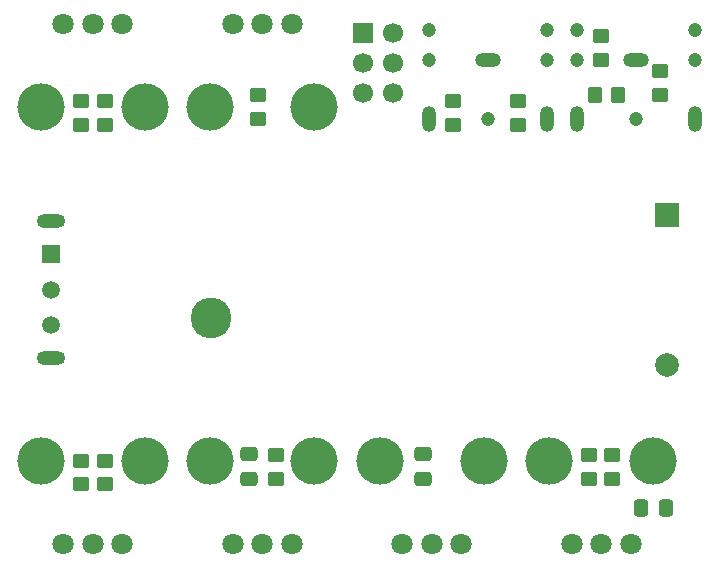
<source format=gbr>
%TF.GenerationSoftware,KiCad,Pcbnew,9.0.0*%
%TF.CreationDate,2025-05-15T12:38:11-07:00*%
%TF.ProjectId,ece223_project,65636532-3233-45f7-9072-6f6a6563742e,rev?*%
%TF.SameCoordinates,Original*%
%TF.FileFunction,Soldermask,Bot*%
%TF.FilePolarity,Negative*%
%FSLAX46Y46*%
G04 Gerber Fmt 4.6, Leading zero omitted, Abs format (unit mm)*
G04 Created by KiCad (PCBNEW 9.0.0) date 2025-05-15 12:38:11*
%MOMM*%
%LPD*%
G01*
G04 APERTURE LIST*
G04 Aperture macros list*
%AMRoundRect*
0 Rectangle with rounded corners*
0 $1 Rounding radius*
0 $2 $3 $4 $5 $6 $7 $8 $9 X,Y pos of 4 corners*
0 Add a 4 corners polygon primitive as box body*
4,1,4,$2,$3,$4,$5,$6,$7,$8,$9,$2,$3,0*
0 Add four circle primitives for the rounded corners*
1,1,$1+$1,$2,$3*
1,1,$1+$1,$4,$5*
1,1,$1+$1,$6,$7*
1,1,$1+$1,$8,$9*
0 Add four rect primitives between the rounded corners*
20,1,$1+$1,$2,$3,$4,$5,0*
20,1,$1+$1,$4,$5,$6,$7,0*
20,1,$1+$1,$6,$7,$8,$9,0*
20,1,$1+$1,$8,$9,$2,$3,0*%
G04 Aperture macros list end*
%ADD10C,1.200000*%
%ADD11O,1.200000X2.200000*%
%ADD12O,2.200000X1.200000*%
%ADD13R,1.700000X1.700000*%
%ADD14C,1.700000*%
%ADD15C,4.000000*%
%ADD16C,1.800000*%
%ADD17O,2.400000X1.200000*%
%ADD18R,1.508000X1.508000*%
%ADD19C,1.508000*%
%ADD20RoundRect,0.250000X-0.450000X0.350000X-0.450000X-0.350000X0.450000X-0.350000X0.450000X0.350000X0*%
%ADD21RoundRect,0.250000X-0.350000X-0.450000X0.350000X-0.450000X0.350000X0.450000X-0.350000X0.450000X0*%
%ADD22RoundRect,0.250000X0.450000X-0.350000X0.450000X0.350000X-0.450000X0.350000X-0.450000X-0.350000X0*%
%ADD23RoundRect,0.250000X0.475000X-0.337500X0.475000X0.337500X-0.475000X0.337500X-0.475000X-0.337500X0*%
%ADD24C,3.450000*%
%ADD25R,2.000000X2.000000*%
%ADD26C,2.000000*%
%ADD27RoundRect,0.250000X0.337500X0.475000X-0.337500X0.475000X-0.337500X-0.475000X0.337500X-0.475000X0*%
%ADD28RoundRect,0.250000X-0.475000X0.337500X-0.475000X-0.337500X0.475000X-0.337500X0.475000X0.337500X0*%
G04 APERTURE END LIST*
D10*
%TO.C,J2*%
X71000000Y-28000000D03*
X71000000Y-25500000D03*
X66000000Y-33000000D03*
X61000000Y-28000000D03*
X61000000Y-25500000D03*
D11*
X71000000Y-33000000D03*
D12*
X66000000Y-28000000D03*
D11*
X61000000Y-33000000D03*
%TD*%
D13*
%TO.C,J1*%
X55357994Y-25776109D03*
D14*
X57897994Y-25776109D03*
X55357994Y-28316109D03*
X57897994Y-28316109D03*
X55357994Y-30856109D03*
X57897994Y-30856109D03*
%TD*%
D10*
%TO.C,J3*%
X83500000Y-28000000D03*
X83500000Y-25500000D03*
X78500000Y-33000000D03*
X73500000Y-28000000D03*
X73500000Y-25500000D03*
D11*
X83500000Y-33000000D03*
D12*
X78500000Y-28000000D03*
D11*
X73500000Y-33000000D03*
%TD*%
D15*
%TO.C,RV6*%
X51250000Y-32000000D03*
X42450000Y-32000000D03*
D16*
X44350000Y-25000000D03*
X46850000Y-25000000D03*
X49350000Y-25000000D03*
%TD*%
D15*
%TO.C,RV2*%
X28100000Y-62000000D03*
X36900000Y-62000000D03*
D16*
X35000000Y-69000000D03*
X32500000Y-69000000D03*
X30000000Y-69000000D03*
%TD*%
D15*
%TO.C,RV5*%
X71150000Y-62000000D03*
X79950000Y-62000000D03*
D16*
X78050000Y-69000000D03*
X75550000Y-69000000D03*
X73050000Y-69000000D03*
%TD*%
D17*
%TO.C,SW1*%
X29000000Y-41700000D03*
X29000000Y-53300000D03*
D18*
X29000000Y-44500000D03*
D19*
X29000000Y-47500000D03*
X29000000Y-50500000D03*
%TD*%
D15*
%TO.C,RV4*%
X56800000Y-62000000D03*
X65600000Y-62000000D03*
D16*
X63700000Y-69000000D03*
X61200000Y-69000000D03*
X58700000Y-69000000D03*
%TD*%
D15*
%TO.C,RV1*%
X36900000Y-32000000D03*
X28100000Y-32000000D03*
D16*
X30000000Y-25000000D03*
X32500000Y-25000000D03*
X35000000Y-25000000D03*
%TD*%
D15*
%TO.C,RV3*%
X42450000Y-62000000D03*
X51250000Y-62000000D03*
D16*
X49350000Y-69000000D03*
X46850000Y-69000000D03*
X44350000Y-69000000D03*
%TD*%
D20*
%TO.C,R7*%
X33500000Y-61950000D03*
X33500000Y-63950000D03*
%TD*%
D21*
%TO.C,R2*%
X75000000Y-31000000D03*
X77000000Y-31000000D03*
%TD*%
D22*
%TO.C,R3*%
X68500000Y-33500000D03*
X68500000Y-31500000D03*
%TD*%
%TO.C,R1*%
X63000000Y-33500000D03*
X63000000Y-31500000D03*
%TD*%
D20*
%TO.C,R6*%
X31500000Y-61950000D03*
X31500000Y-63950000D03*
%TD*%
D23*
%TO.C,C7*%
X60500000Y-63500000D03*
X60500000Y-61425000D03*
%TD*%
D22*
%TO.C,R10*%
X48000000Y-63500000D03*
X48000000Y-61500000D03*
%TD*%
%TO.C,R17*%
X74500000Y-63500000D03*
X74500000Y-61500000D03*
%TD*%
%TO.C,R16*%
X76500000Y-63500000D03*
X76500000Y-61500000D03*
%TD*%
D20*
%TO.C,R24*%
X75500000Y-26000000D03*
X75500000Y-28000000D03*
%TD*%
D22*
%TO.C,R5*%
X31500000Y-33500000D03*
X31500000Y-31500000D03*
%TD*%
D24*
%TO.C,BT1*%
X42530000Y-49850000D03*
D25*
X81140000Y-41150000D03*
D26*
X81140000Y-53850000D03*
%TD*%
D22*
%TO.C,R25*%
X46500000Y-33000000D03*
X46500000Y-31000000D03*
%TD*%
D27*
%TO.C,C9*%
X81000000Y-66000000D03*
X78925000Y-66000000D03*
%TD*%
D22*
%TO.C,R4*%
X33500000Y-33500000D03*
X33500000Y-31500000D03*
%TD*%
%TO.C,R23*%
X80500000Y-31000000D03*
X80500000Y-29000000D03*
%TD*%
D28*
%TO.C,C6*%
X45715645Y-61434224D03*
X45715645Y-63509224D03*
%TD*%
M02*

</source>
